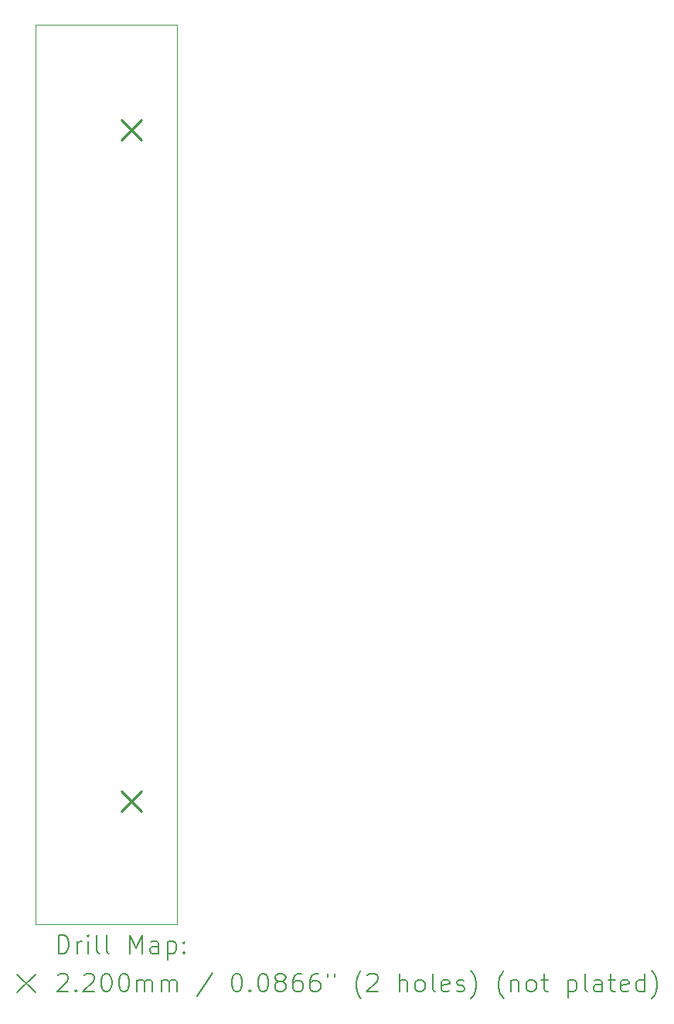
<source format=gbr>
%FSLAX45Y45*%
G04 Gerber Fmt 4.5, Leading zero omitted, Abs format (unit mm)*
G04 Created by KiCad (PCBNEW (6.0.0-rc1-415-g653c7b78d7)) date 2021-12-23 14:24:13*
%MOMM*%
%LPD*%
G01*
G04 APERTURE LIST*
%TA.AperFunction,Profile*%
%ADD10C,0.100000*%
%TD*%
%ADD11C,0.200000*%
%ADD12C,0.220000*%
G04 APERTURE END LIST*
D10*
X13650500Y-13949500D02*
X15200500Y-13949500D01*
X15200500Y-13949500D02*
X15200500Y-4099500D01*
X15200500Y-4099500D02*
X13650500Y-4099500D01*
X13650500Y-4099500D02*
X13650500Y-13949500D01*
D11*
D12*
X14590500Y-5139500D02*
X14810500Y-5359500D01*
X14810500Y-5139500D02*
X14590500Y-5359500D01*
X14590500Y-12489500D02*
X14810500Y-12709500D01*
X14810500Y-12489500D02*
X14590500Y-12709500D01*
D11*
X13903119Y-14264976D02*
X13903119Y-14064976D01*
X13950738Y-14064976D01*
X13979309Y-14074500D01*
X13998357Y-14093548D01*
X14007881Y-14112595D01*
X14017405Y-14150690D01*
X14017405Y-14179262D01*
X14007881Y-14217357D01*
X13998357Y-14236405D01*
X13979309Y-14255452D01*
X13950738Y-14264976D01*
X13903119Y-14264976D01*
X14103119Y-14264976D02*
X14103119Y-14131643D01*
X14103119Y-14169738D02*
X14112643Y-14150690D01*
X14122167Y-14141167D01*
X14141214Y-14131643D01*
X14160262Y-14131643D01*
X14226928Y-14264976D02*
X14226928Y-14131643D01*
X14226928Y-14064976D02*
X14217405Y-14074500D01*
X14226928Y-14084024D01*
X14236452Y-14074500D01*
X14226928Y-14064976D01*
X14226928Y-14084024D01*
X14350738Y-14264976D02*
X14331690Y-14255452D01*
X14322167Y-14236405D01*
X14322167Y-14064976D01*
X14455500Y-14264976D02*
X14436452Y-14255452D01*
X14426928Y-14236405D01*
X14426928Y-14064976D01*
X14684071Y-14264976D02*
X14684071Y-14064976D01*
X14750738Y-14207833D01*
X14817405Y-14064976D01*
X14817405Y-14264976D01*
X14998357Y-14264976D02*
X14998357Y-14160214D01*
X14988833Y-14141167D01*
X14969786Y-14131643D01*
X14931690Y-14131643D01*
X14912643Y-14141167D01*
X14998357Y-14255452D02*
X14979309Y-14264976D01*
X14931690Y-14264976D01*
X14912643Y-14255452D01*
X14903119Y-14236405D01*
X14903119Y-14217357D01*
X14912643Y-14198309D01*
X14931690Y-14188786D01*
X14979309Y-14188786D01*
X14998357Y-14179262D01*
X15093595Y-14131643D02*
X15093595Y-14331643D01*
X15093595Y-14141167D02*
X15112643Y-14131643D01*
X15150738Y-14131643D01*
X15169786Y-14141167D01*
X15179309Y-14150690D01*
X15188833Y-14169738D01*
X15188833Y-14226881D01*
X15179309Y-14245928D01*
X15169786Y-14255452D01*
X15150738Y-14264976D01*
X15112643Y-14264976D01*
X15093595Y-14255452D01*
X15274548Y-14245928D02*
X15284071Y-14255452D01*
X15274548Y-14264976D01*
X15265024Y-14255452D01*
X15274548Y-14245928D01*
X15274548Y-14264976D01*
X15274548Y-14141167D02*
X15284071Y-14150690D01*
X15274548Y-14160214D01*
X15265024Y-14150690D01*
X15274548Y-14141167D01*
X15274548Y-14160214D01*
X13445500Y-14494500D02*
X13645500Y-14694500D01*
X13645500Y-14494500D02*
X13445500Y-14694500D01*
X13893595Y-14504024D02*
X13903119Y-14494500D01*
X13922167Y-14484976D01*
X13969786Y-14484976D01*
X13988833Y-14494500D01*
X13998357Y-14504024D01*
X14007881Y-14523071D01*
X14007881Y-14542119D01*
X13998357Y-14570690D01*
X13884071Y-14684976D01*
X14007881Y-14684976D01*
X14093595Y-14665928D02*
X14103119Y-14675452D01*
X14093595Y-14684976D01*
X14084071Y-14675452D01*
X14093595Y-14665928D01*
X14093595Y-14684976D01*
X14179309Y-14504024D02*
X14188833Y-14494500D01*
X14207881Y-14484976D01*
X14255500Y-14484976D01*
X14274548Y-14494500D01*
X14284071Y-14504024D01*
X14293595Y-14523071D01*
X14293595Y-14542119D01*
X14284071Y-14570690D01*
X14169786Y-14684976D01*
X14293595Y-14684976D01*
X14417405Y-14484976D02*
X14436452Y-14484976D01*
X14455500Y-14494500D01*
X14465024Y-14504024D01*
X14474548Y-14523071D01*
X14484071Y-14561167D01*
X14484071Y-14608786D01*
X14474548Y-14646881D01*
X14465024Y-14665928D01*
X14455500Y-14675452D01*
X14436452Y-14684976D01*
X14417405Y-14684976D01*
X14398357Y-14675452D01*
X14388833Y-14665928D01*
X14379309Y-14646881D01*
X14369786Y-14608786D01*
X14369786Y-14561167D01*
X14379309Y-14523071D01*
X14388833Y-14504024D01*
X14398357Y-14494500D01*
X14417405Y-14484976D01*
X14607881Y-14484976D02*
X14626928Y-14484976D01*
X14645976Y-14494500D01*
X14655500Y-14504024D01*
X14665024Y-14523071D01*
X14674548Y-14561167D01*
X14674548Y-14608786D01*
X14665024Y-14646881D01*
X14655500Y-14665928D01*
X14645976Y-14675452D01*
X14626928Y-14684976D01*
X14607881Y-14684976D01*
X14588833Y-14675452D01*
X14579309Y-14665928D01*
X14569786Y-14646881D01*
X14560262Y-14608786D01*
X14560262Y-14561167D01*
X14569786Y-14523071D01*
X14579309Y-14504024D01*
X14588833Y-14494500D01*
X14607881Y-14484976D01*
X14760262Y-14684976D02*
X14760262Y-14551643D01*
X14760262Y-14570690D02*
X14769786Y-14561167D01*
X14788833Y-14551643D01*
X14817405Y-14551643D01*
X14836452Y-14561167D01*
X14845976Y-14580214D01*
X14845976Y-14684976D01*
X14845976Y-14580214D02*
X14855500Y-14561167D01*
X14874548Y-14551643D01*
X14903119Y-14551643D01*
X14922167Y-14561167D01*
X14931690Y-14580214D01*
X14931690Y-14684976D01*
X15026928Y-14684976D02*
X15026928Y-14551643D01*
X15026928Y-14570690D02*
X15036452Y-14561167D01*
X15055500Y-14551643D01*
X15084071Y-14551643D01*
X15103119Y-14561167D01*
X15112643Y-14580214D01*
X15112643Y-14684976D01*
X15112643Y-14580214D02*
X15122167Y-14561167D01*
X15141214Y-14551643D01*
X15169786Y-14551643D01*
X15188833Y-14561167D01*
X15198357Y-14580214D01*
X15198357Y-14684976D01*
X15588833Y-14475452D02*
X15417405Y-14732595D01*
X15845976Y-14484976D02*
X15865024Y-14484976D01*
X15884071Y-14494500D01*
X15893595Y-14504024D01*
X15903119Y-14523071D01*
X15912643Y-14561167D01*
X15912643Y-14608786D01*
X15903119Y-14646881D01*
X15893595Y-14665928D01*
X15884071Y-14675452D01*
X15865024Y-14684976D01*
X15845976Y-14684976D01*
X15826928Y-14675452D01*
X15817405Y-14665928D01*
X15807881Y-14646881D01*
X15798357Y-14608786D01*
X15798357Y-14561167D01*
X15807881Y-14523071D01*
X15817405Y-14504024D01*
X15826928Y-14494500D01*
X15845976Y-14484976D01*
X15998357Y-14665928D02*
X16007881Y-14675452D01*
X15998357Y-14684976D01*
X15988833Y-14675452D01*
X15998357Y-14665928D01*
X15998357Y-14684976D01*
X16131690Y-14484976D02*
X16150738Y-14484976D01*
X16169786Y-14494500D01*
X16179309Y-14504024D01*
X16188833Y-14523071D01*
X16198357Y-14561167D01*
X16198357Y-14608786D01*
X16188833Y-14646881D01*
X16179309Y-14665928D01*
X16169786Y-14675452D01*
X16150738Y-14684976D01*
X16131690Y-14684976D01*
X16112643Y-14675452D01*
X16103119Y-14665928D01*
X16093595Y-14646881D01*
X16084071Y-14608786D01*
X16084071Y-14561167D01*
X16093595Y-14523071D01*
X16103119Y-14504024D01*
X16112643Y-14494500D01*
X16131690Y-14484976D01*
X16312643Y-14570690D02*
X16293595Y-14561167D01*
X16284071Y-14551643D01*
X16274548Y-14532595D01*
X16274548Y-14523071D01*
X16284071Y-14504024D01*
X16293595Y-14494500D01*
X16312643Y-14484976D01*
X16350738Y-14484976D01*
X16369786Y-14494500D01*
X16379309Y-14504024D01*
X16388833Y-14523071D01*
X16388833Y-14532595D01*
X16379309Y-14551643D01*
X16369786Y-14561167D01*
X16350738Y-14570690D01*
X16312643Y-14570690D01*
X16293595Y-14580214D01*
X16284071Y-14589738D01*
X16274548Y-14608786D01*
X16274548Y-14646881D01*
X16284071Y-14665928D01*
X16293595Y-14675452D01*
X16312643Y-14684976D01*
X16350738Y-14684976D01*
X16369786Y-14675452D01*
X16379309Y-14665928D01*
X16388833Y-14646881D01*
X16388833Y-14608786D01*
X16379309Y-14589738D01*
X16369786Y-14580214D01*
X16350738Y-14570690D01*
X16560262Y-14484976D02*
X16522167Y-14484976D01*
X16503119Y-14494500D01*
X16493595Y-14504024D01*
X16474548Y-14532595D01*
X16465024Y-14570690D01*
X16465024Y-14646881D01*
X16474548Y-14665928D01*
X16484071Y-14675452D01*
X16503119Y-14684976D01*
X16541214Y-14684976D01*
X16560262Y-14675452D01*
X16569786Y-14665928D01*
X16579309Y-14646881D01*
X16579309Y-14599262D01*
X16569786Y-14580214D01*
X16560262Y-14570690D01*
X16541214Y-14561167D01*
X16503119Y-14561167D01*
X16484071Y-14570690D01*
X16474548Y-14580214D01*
X16465024Y-14599262D01*
X16750738Y-14484976D02*
X16712643Y-14484976D01*
X16693595Y-14494500D01*
X16684071Y-14504024D01*
X16665024Y-14532595D01*
X16655500Y-14570690D01*
X16655500Y-14646881D01*
X16665024Y-14665928D01*
X16674548Y-14675452D01*
X16693595Y-14684976D01*
X16731690Y-14684976D01*
X16750738Y-14675452D01*
X16760262Y-14665928D01*
X16769786Y-14646881D01*
X16769786Y-14599262D01*
X16760262Y-14580214D01*
X16750738Y-14570690D01*
X16731690Y-14561167D01*
X16693595Y-14561167D01*
X16674548Y-14570690D01*
X16665024Y-14580214D01*
X16655500Y-14599262D01*
X16845976Y-14484976D02*
X16845976Y-14523071D01*
X16922167Y-14484976D02*
X16922167Y-14523071D01*
X17217405Y-14761167D02*
X17207881Y-14751643D01*
X17188833Y-14723071D01*
X17179310Y-14704024D01*
X17169786Y-14675452D01*
X17160262Y-14627833D01*
X17160262Y-14589738D01*
X17169786Y-14542119D01*
X17179310Y-14513548D01*
X17188833Y-14494500D01*
X17207881Y-14465928D01*
X17217405Y-14456405D01*
X17284071Y-14504024D02*
X17293595Y-14494500D01*
X17312643Y-14484976D01*
X17360262Y-14484976D01*
X17379310Y-14494500D01*
X17388833Y-14504024D01*
X17398357Y-14523071D01*
X17398357Y-14542119D01*
X17388833Y-14570690D01*
X17274548Y-14684976D01*
X17398357Y-14684976D01*
X17636452Y-14684976D02*
X17636452Y-14484976D01*
X17722167Y-14684976D02*
X17722167Y-14580214D01*
X17712643Y-14561167D01*
X17693595Y-14551643D01*
X17665024Y-14551643D01*
X17645976Y-14561167D01*
X17636452Y-14570690D01*
X17845976Y-14684976D02*
X17826929Y-14675452D01*
X17817405Y-14665928D01*
X17807881Y-14646881D01*
X17807881Y-14589738D01*
X17817405Y-14570690D01*
X17826929Y-14561167D01*
X17845976Y-14551643D01*
X17874548Y-14551643D01*
X17893595Y-14561167D01*
X17903119Y-14570690D01*
X17912643Y-14589738D01*
X17912643Y-14646881D01*
X17903119Y-14665928D01*
X17893595Y-14675452D01*
X17874548Y-14684976D01*
X17845976Y-14684976D01*
X18026929Y-14684976D02*
X18007881Y-14675452D01*
X17998357Y-14656405D01*
X17998357Y-14484976D01*
X18179310Y-14675452D02*
X18160262Y-14684976D01*
X18122167Y-14684976D01*
X18103119Y-14675452D01*
X18093595Y-14656405D01*
X18093595Y-14580214D01*
X18103119Y-14561167D01*
X18122167Y-14551643D01*
X18160262Y-14551643D01*
X18179310Y-14561167D01*
X18188833Y-14580214D01*
X18188833Y-14599262D01*
X18093595Y-14618309D01*
X18265024Y-14675452D02*
X18284071Y-14684976D01*
X18322167Y-14684976D01*
X18341214Y-14675452D01*
X18350738Y-14656405D01*
X18350738Y-14646881D01*
X18341214Y-14627833D01*
X18322167Y-14618309D01*
X18293595Y-14618309D01*
X18274548Y-14608786D01*
X18265024Y-14589738D01*
X18265024Y-14580214D01*
X18274548Y-14561167D01*
X18293595Y-14551643D01*
X18322167Y-14551643D01*
X18341214Y-14561167D01*
X18417405Y-14761167D02*
X18426929Y-14751643D01*
X18445976Y-14723071D01*
X18455500Y-14704024D01*
X18465024Y-14675452D01*
X18474548Y-14627833D01*
X18474548Y-14589738D01*
X18465024Y-14542119D01*
X18455500Y-14513548D01*
X18445976Y-14494500D01*
X18426929Y-14465928D01*
X18417405Y-14456405D01*
X18779310Y-14761167D02*
X18769786Y-14751643D01*
X18750738Y-14723071D01*
X18741214Y-14704024D01*
X18731690Y-14675452D01*
X18722167Y-14627833D01*
X18722167Y-14589738D01*
X18731690Y-14542119D01*
X18741214Y-14513548D01*
X18750738Y-14494500D01*
X18769786Y-14465928D01*
X18779310Y-14456405D01*
X18855500Y-14551643D02*
X18855500Y-14684976D01*
X18855500Y-14570690D02*
X18865024Y-14561167D01*
X18884071Y-14551643D01*
X18912643Y-14551643D01*
X18931690Y-14561167D01*
X18941214Y-14580214D01*
X18941214Y-14684976D01*
X19065024Y-14684976D02*
X19045976Y-14675452D01*
X19036452Y-14665928D01*
X19026929Y-14646881D01*
X19026929Y-14589738D01*
X19036452Y-14570690D01*
X19045976Y-14561167D01*
X19065024Y-14551643D01*
X19093595Y-14551643D01*
X19112643Y-14561167D01*
X19122167Y-14570690D01*
X19131690Y-14589738D01*
X19131690Y-14646881D01*
X19122167Y-14665928D01*
X19112643Y-14675452D01*
X19093595Y-14684976D01*
X19065024Y-14684976D01*
X19188833Y-14551643D02*
X19265024Y-14551643D01*
X19217405Y-14484976D02*
X19217405Y-14656405D01*
X19226929Y-14675452D01*
X19245976Y-14684976D01*
X19265024Y-14684976D01*
X19484071Y-14551643D02*
X19484071Y-14751643D01*
X19484071Y-14561167D02*
X19503119Y-14551643D01*
X19541214Y-14551643D01*
X19560262Y-14561167D01*
X19569786Y-14570690D01*
X19579310Y-14589738D01*
X19579310Y-14646881D01*
X19569786Y-14665928D01*
X19560262Y-14675452D01*
X19541214Y-14684976D01*
X19503119Y-14684976D01*
X19484071Y-14675452D01*
X19693595Y-14684976D02*
X19674548Y-14675452D01*
X19665024Y-14656405D01*
X19665024Y-14484976D01*
X19855500Y-14684976D02*
X19855500Y-14580214D01*
X19845976Y-14561167D01*
X19826929Y-14551643D01*
X19788833Y-14551643D01*
X19769786Y-14561167D01*
X19855500Y-14675452D02*
X19836452Y-14684976D01*
X19788833Y-14684976D01*
X19769786Y-14675452D01*
X19760262Y-14656405D01*
X19760262Y-14637357D01*
X19769786Y-14618309D01*
X19788833Y-14608786D01*
X19836452Y-14608786D01*
X19855500Y-14599262D01*
X19922167Y-14551643D02*
X19998357Y-14551643D01*
X19950738Y-14484976D02*
X19950738Y-14656405D01*
X19960262Y-14675452D01*
X19979310Y-14684976D01*
X19998357Y-14684976D01*
X20141214Y-14675452D02*
X20122167Y-14684976D01*
X20084071Y-14684976D01*
X20065024Y-14675452D01*
X20055500Y-14656405D01*
X20055500Y-14580214D01*
X20065024Y-14561167D01*
X20084071Y-14551643D01*
X20122167Y-14551643D01*
X20141214Y-14561167D01*
X20150738Y-14580214D01*
X20150738Y-14599262D01*
X20055500Y-14618309D01*
X20322167Y-14684976D02*
X20322167Y-14484976D01*
X20322167Y-14675452D02*
X20303119Y-14684976D01*
X20265024Y-14684976D01*
X20245976Y-14675452D01*
X20236452Y-14665928D01*
X20226929Y-14646881D01*
X20226929Y-14589738D01*
X20236452Y-14570690D01*
X20245976Y-14561167D01*
X20265024Y-14551643D01*
X20303119Y-14551643D01*
X20322167Y-14561167D01*
X20398357Y-14761167D02*
X20407881Y-14751643D01*
X20426929Y-14723071D01*
X20436452Y-14704024D01*
X20445976Y-14675452D01*
X20455500Y-14627833D01*
X20455500Y-14589738D01*
X20445976Y-14542119D01*
X20436452Y-14513548D01*
X20426929Y-14494500D01*
X20407881Y-14465928D01*
X20398357Y-14456405D01*
M02*

</source>
